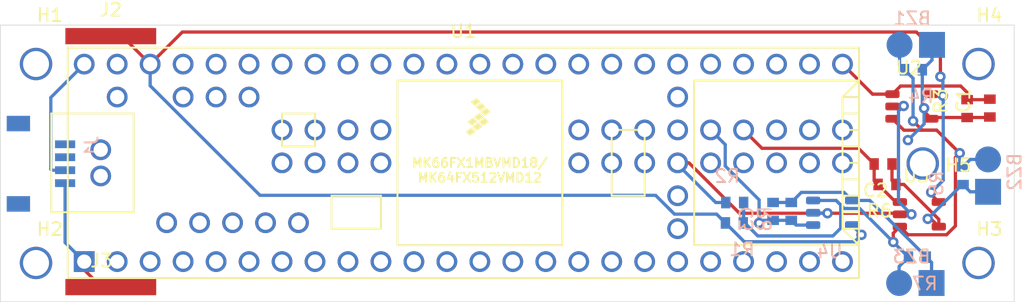
<source format=kicad_pcb>
(kicad_pcb (version 20171130) (host pcbnew 5.1.10)

  (general
    (thickness 1.6)
    (drawings 4)
    (tracks 175)
    (zones 0)
    (modules 26)
    (nets 95)
  )

  (page A4)
  (layers
    (0 F.Cu signal)
    (31 B.Cu signal)
    (32 B.Adhes user)
    (33 F.Adhes user)
    (34 B.Paste user)
    (35 F.Paste user)
    (36 B.SilkS user hide)
    (37 F.SilkS user hide)
    (38 B.Mask user)
    (39 F.Mask user)
    (40 Dwgs.User user)
    (41 Cmts.User user)
    (42 Eco1.User user)
    (43 Eco2.User user)
    (44 Edge.Cuts user)
    (45 Margin user)
    (46 B.CrtYd user hide)
    (47 F.CrtYd user hide)
    (48 B.Fab user hide)
    (49 F.Fab user hide)
  )

  (setup
    (last_trace_width 0.25)
    (trace_clearance 0.2)
    (zone_clearance 0.508)
    (zone_45_only no)
    (trace_min 0.2)
    (via_size 0.8)
    (via_drill 0.4)
    (via_min_size 0.4)
    (via_min_drill 0.3)
    (uvia_size 0.3)
    (uvia_drill 0.1)
    (uvias_allowed no)
    (uvia_min_size 0.2)
    (uvia_min_drill 0.1)
    (edge_width 0.05)
    (segment_width 0.2)
    (pcb_text_width 0.3)
    (pcb_text_size 1.5 1.5)
    (mod_edge_width 0.12)
    (mod_text_size 1 1)
    (mod_text_width 0.15)
    (pad_size 7 1.25)
    (pad_drill 0)
    (pad_to_mask_clearance 0)
    (aux_axis_origin 0 0)
    (visible_elements FFFFFF7F)
    (pcbplotparams
      (layerselection 0x010cc_ffffffff)
      (usegerberextensions false)
      (usegerberattributes true)
      (usegerberadvancedattributes true)
      (creategerberjobfile true)
      (excludeedgelayer true)
      (linewidth 0.100000)
      (plotframeref false)
      (viasonmask false)
      (mode 1)
      (useauxorigin false)
      (hpglpennumber 1)
      (hpglpenspeed 20)
      (hpglpendiameter 15.000000)
      (psnegative false)
      (psa4output false)
      (plotreference true)
      (plotvalue true)
      (plotinvisibletext false)
      (padsonsilk false)
      (subtractmaskfromsilk false)
      (outputformat 1)
      (mirror false)
      (drillshape 0)
      (scaleselection 1)
      (outputdirectory "grbl_output/"))
  )

  (net 0 "")
  (net 1 VGND)
  (net 2 UNAMP15)
  (net 3 UNAMP16)
  (net 4 UNAMP17)
  (net 5 AMP15)
  (net 6 AMP16)
  (net 7 AMP17)
  (net 8 "Net-(J1-Pad5)")
  (net 9 +3V3)
  (net 10 AMP1)
  (net 11 GND)
  (net 12 AMP2)
  (net 13 AMP4)
  (net 14 AMP3)
  (net 15 AMP8)
  (net 16 AMP7)
  (net 17 AMP6)
  (net 18 AMP11)
  (net 19 AMP10)
  (net 20 AMP9)
  (net 21 AMP14)
  (net 22 AMP13)
  (net 23 AMP12)
  (net 24 VBat)
  (net 25 "Net-(U1-Pad87)")
  (net 26 "Net-(U1-Pad88)")
  (net 27 "Net-(U1-Pad86)")
  (net 28 "Net-(U1-Pad85)")
  (net 29 "Net-(U1-Pad84)")
  (net 30 "Net-(U1-Pad83)")
  (net 31 "Net-(U1-Pad66)")
  (net 32 "Net-(U1-Pad65)")
  (net 33 "Net-(U1-Pad63)")
  (net 34 "Net-(U1-Pad64)")
  (net 35 "Net-(U1-Pad67)")
  (net 36 "Net-(U1-Pad82)")
  (net 37 "Net-(U1-Pad68)")
  (net 38 "Net-(U1-Pad81)")
  (net 39 "Net-(U1-Pad69)")
  (net 40 "Net-(U1-Pad80)")
  (net 41 "Net-(U1-Pad74)")
  (net 42 "Net-(U1-Pad75)")
  (net 43 "Net-(U1-Pad70)")
  (net 44 "Net-(U1-Pad71)")
  (net 45 "Net-(U1-Pad72)")
  (net 46 "Net-(U1-Pad73)")
  (net 47 "Net-(U1-Pad76)")
  (net 48 "Net-(U1-Pad77)")
  (net 49 "Net-(U1-Pad62)")
  (net 50 "Net-(U1-Pad61)")
  (net 51 "Net-(U1-Pad60)")
  (net 52 "Net-(U1-Pad59)")
  (net 53 "Net-(U1-Pad58)")
  (net 54 "Net-(U1-Pad55)")
  (net 55 "Net-(U1-Pad54)")
  (net 56 "Net-(U1-Pad52)")
  (net 57 "Net-(U1-Pad40)")
  (net 58 "Net-(U1-Pad39)")
  (net 59 "Net-(U1-Pad38)")
  (net 60 "Net-(U1-Pad2)")
  (net 61 "Net-(U1-Pad3)")
  (net 62 "Net-(U1-Pad4)")
  (net 63 "Net-(U1-Pad5)")
  (net 64 "Net-(U1-Pad6)")
  (net 65 "Net-(U1-Pad7)")
  (net 66 "Net-(U1-Pad8)")
  (net 67 "Net-(U1-Pad9)")
  (net 68 "Net-(U1-Pad10)")
  (net 69 "Net-(U1-Pad11)")
  (net 70 "Net-(U1-Pad12)")
  (net 71 "Net-(U1-Pad13)")
  (net 72 "Net-(U1-Pad37)")
  (net 73 "Net-(U1-Pad29)")
  (net 74 "Net-(U1-Pad28)")
  (net 75 "Net-(U1-Pad26)")
  (net 76 "Net-(U1-Pad25)")
  (net 77 "Net-(U1-Pad22)")
  (net 78 "Net-(U1-Pad21)")
  (net 79 "Net-(U1-Pad14)")
  (net 80 "Net-(U1-Pad15)")
  (net 81 "Net-(U1-Pad16)")
  (net 82 "Net-(U1-Pad20)")
  (net 83 "Net-(U1-Pad19)")
  (net 84 "Net-(U1-Pad18)")
  (net 85 "Net-(U1-Pad17)")
  (net 86 "Net-(J1-Pad4)")
  (net 87 "Net-(J1-Pad3)")
  (net 88 "Net-(U1-Pad57)")
  (net 89 "Net-(U1-Pad56)")
  (net 90 "Net-(U1-Pad50)")
  (net 91 "Net-(U1-Pad24)")
  (net 92 "Net-(U1-Pad23)")
  (net 93 "Net-(U1-Pad49)")
  (net 94 "Net-(U1-Pad48)")

  (net_class Default "This is the default net class."
    (clearance 0.2)
    (trace_width 0.25)
    (via_dia 0.8)
    (via_drill 0.4)
    (uvia_dia 0.3)
    (uvia_drill 0.1)
    (add_net +3V3)
    (add_net AMP1)
    (add_net AMP10)
    (add_net AMP11)
    (add_net AMP12)
    (add_net AMP13)
    (add_net AMP14)
    (add_net AMP15)
    (add_net AMP16)
    (add_net AMP17)
    (add_net AMP2)
    (add_net AMP3)
    (add_net AMP4)
    (add_net AMP6)
    (add_net AMP7)
    (add_net AMP8)
    (add_net AMP9)
    (add_net GND)
    (add_net "Net-(J1-Pad3)")
    (add_net "Net-(J1-Pad4)")
    (add_net "Net-(J1-Pad5)")
    (add_net "Net-(U1-Pad10)")
    (add_net "Net-(U1-Pad11)")
    (add_net "Net-(U1-Pad12)")
    (add_net "Net-(U1-Pad13)")
    (add_net "Net-(U1-Pad14)")
    (add_net "Net-(U1-Pad15)")
    (add_net "Net-(U1-Pad16)")
    (add_net "Net-(U1-Pad17)")
    (add_net "Net-(U1-Pad18)")
    (add_net "Net-(U1-Pad19)")
    (add_net "Net-(U1-Pad2)")
    (add_net "Net-(U1-Pad20)")
    (add_net "Net-(U1-Pad21)")
    (add_net "Net-(U1-Pad22)")
    (add_net "Net-(U1-Pad23)")
    (add_net "Net-(U1-Pad24)")
    (add_net "Net-(U1-Pad25)")
    (add_net "Net-(U1-Pad26)")
    (add_net "Net-(U1-Pad28)")
    (add_net "Net-(U1-Pad29)")
    (add_net "Net-(U1-Pad3)")
    (add_net "Net-(U1-Pad37)")
    (add_net "Net-(U1-Pad38)")
    (add_net "Net-(U1-Pad39)")
    (add_net "Net-(U1-Pad4)")
    (add_net "Net-(U1-Pad40)")
    (add_net "Net-(U1-Pad48)")
    (add_net "Net-(U1-Pad49)")
    (add_net "Net-(U1-Pad5)")
    (add_net "Net-(U1-Pad50)")
    (add_net "Net-(U1-Pad52)")
    (add_net "Net-(U1-Pad54)")
    (add_net "Net-(U1-Pad55)")
    (add_net "Net-(U1-Pad56)")
    (add_net "Net-(U1-Pad57)")
    (add_net "Net-(U1-Pad58)")
    (add_net "Net-(U1-Pad59)")
    (add_net "Net-(U1-Pad6)")
    (add_net "Net-(U1-Pad60)")
    (add_net "Net-(U1-Pad61)")
    (add_net "Net-(U1-Pad62)")
    (add_net "Net-(U1-Pad63)")
    (add_net "Net-(U1-Pad64)")
    (add_net "Net-(U1-Pad65)")
    (add_net "Net-(U1-Pad66)")
    (add_net "Net-(U1-Pad67)")
    (add_net "Net-(U1-Pad68)")
    (add_net "Net-(U1-Pad69)")
    (add_net "Net-(U1-Pad7)")
    (add_net "Net-(U1-Pad70)")
    (add_net "Net-(U1-Pad71)")
    (add_net "Net-(U1-Pad72)")
    (add_net "Net-(U1-Pad73)")
    (add_net "Net-(U1-Pad74)")
    (add_net "Net-(U1-Pad75)")
    (add_net "Net-(U1-Pad76)")
    (add_net "Net-(U1-Pad77)")
    (add_net "Net-(U1-Pad8)")
    (add_net "Net-(U1-Pad80)")
    (add_net "Net-(U1-Pad81)")
    (add_net "Net-(U1-Pad82)")
    (add_net "Net-(U1-Pad83)")
    (add_net "Net-(U1-Pad84)")
    (add_net "Net-(U1-Pad85)")
    (add_net "Net-(U1-Pad86)")
    (add_net "Net-(U1-Pad87)")
    (add_net "Net-(U1-Pad88)")
    (add_net "Net-(U1-Pad9)")
    (add_net UNAMP15)
    (add_net UNAMP16)
    (add_net UNAMP17)
    (add_net VBat)
    (add_net VGND)
  )

  (module exocam_charge_amp:power_bus (layer F.Cu) (tedit 61033897) (tstamp 6103657F)
    (at 62.4078 90.0684)
    (path /610C1AF2)
    (fp_text reference J3 (at 0 0.5) (layer F.SilkS)
      (effects (font (size 1 1) (thickness 0.15)))
    )
    (fp_text value GND_bus (at 0 -0.5) (layer F.Fab)
      (effects (font (size 1 1) (thickness 0.15)))
    )
    (pad 1 smd rect (at 0.7112 2.54) (size 7 1.25) (layers F.Cu F.Paste F.Mask)
      (net 11 GND))
  )

  (module exocam_charge_amp:power_bus (layer F.Cu) (tedit 610337DF) (tstamp 6103657A)
    (at 63.119 70.7009)
    (path /610BF40F)
    (fp_text reference J2 (at 0 0.5) (layer F.SilkS)
      (effects (font (size 1 1) (thickness 0.15)))
    )
    (fp_text value "3.3v bus" (at 0 -0.5) (layer F.Fab)
      (effects (font (size 1 1) (thickness 0.15)))
    )
    (pad 1 smd rect (at 0 2.54) (size 7 1.25) (layers F.Cu F.Paste F.Mask)
      (net 9 +3V3))
  )

  (module exocam_charge_amp:mount_hole_2.5mm (layer F.Cu) (tedit 61030A3E) (tstamp 610300ED)
    (at 126.9492 78.8797)
    (path /61037EA1)
    (fp_text reference H5 (at 1.4605 4.318) (layer F.SilkS)
      (effects (font (size 1 1) (thickness 0.15)))
    )
    (fp_text value MountingHole-Mechanical (at 0 -0.5) (layer F.Fab)
      (effects (font (size 1 1) (thickness 0.15)))
    )
    (pad 1 thru_hole circle (at -1.27 4.1873) (size 2.5 2.5) (drill 2) (layers *.Cu *.Mask))
  )

  (module teensy:Teensy35_36_All_Pins (layer F.Cu) (tedit 6026F021) (tstamp 61025451)
    (at 90.2843 83.0199)
    (path /60EFC6FB)
    (fp_text reference U1 (at 0 -10.16) (layer F.SilkS)
      (effects (font (size 1 1) (thickness 0.15)))
    )
    (fp_text value Teensy3.5_All_Pins (at 6.2484 26.9113) (layer F.Fab)
      (effects (font (size 1 1) (thickness 0.15)))
    )
    (fp_poly (pts (xy 1.27 -3.81) (xy 1.524 -3.556) (xy 1.143 -3.302) (xy 0.889 -3.556)) (layer F.SilkS) (width 0.1))
    (fp_poly (pts (xy 1.397 -4.572) (xy 1.651 -4.318) (xy 1.27 -4.064) (xy 1.016 -4.318)) (layer F.SilkS) (width 0.1))
    (fp_poly (pts (xy 1.651 -3.429) (xy 1.905 -3.175) (xy 1.524 -2.921) (xy 1.27 -3.175)) (layer F.SilkS) (width 0.1))
    (fp_poly (pts (xy 1.143 -3.048) (xy 1.397 -2.794) (xy 1.016 -2.54) (xy 0.762 -2.794)) (layer F.SilkS) (width 0.1))
    (fp_poly (pts (xy 1.778 -4.191) (xy 2.032 -3.937) (xy 1.651 -3.683) (xy 1.397 -3.937)) (layer F.SilkS) (width 0.1))
    (fp_poly (pts (xy 0.635 -2.667) (xy 0.889 -2.413) (xy 0.508 -2.159) (xy 0.254 -2.413)) (layer F.SilkS) (width 0.1))
    (fp_poly (pts (xy 0.762 -3.429) (xy 1.016 -3.175) (xy 0.635 -2.921) (xy 0.381 -3.175)) (layer F.SilkS) (width 0.1))
    (fp_poly (pts (xy 1.016 -4.953) (xy 1.27 -4.699) (xy 0.889 -4.445) (xy 0.635 -4.699)) (layer F.SilkS) (width 0.1))
    (fp_line (start -30.48 8.89) (end -30.48 -8.89) (layer F.SilkS) (width 0.15))
    (fp_line (start 30.48 -8.89) (end 30.48 8.89) (layer F.SilkS) (width 0.15))
    (fp_line (start 11.43 -2.54) (end 13.97 -2.54) (layer F.SilkS) (width 0.15))
    (fp_line (start 11.43 2.54) (end 11.43 -2.54) (layer F.SilkS) (width 0.15))
    (fp_line (start 13.97 2.54) (end 11.43 2.54) (layer F.SilkS) (width 0.15))
    (fp_line (start 13.97 -2.54) (end 13.97 2.54) (layer F.SilkS) (width 0.15))
    (fp_line (start -25.4 3.81) (end -30.48 3.81) (layer F.SilkS) (width 0.15))
    (fp_line (start -25.4 -3.81) (end -30.48 -3.81) (layer F.SilkS) (width 0.15))
    (fp_line (start -25.4 3.81) (end -25.4 -3.81) (layer F.SilkS) (width 0.15))
    (fp_line (start -31.75 -3.81) (end -30.48 -3.81) (layer F.SilkS) (width 0.15))
    (fp_line (start -31.75 3.81) (end -31.75 -3.81) (layer F.SilkS) (width 0.15))
    (fp_line (start -30.48 3.81) (end -31.75 3.81) (layer F.SilkS) (width 0.15))
    (fp_line (start -30.48 8.89) (end 30.48 8.89) (layer F.SilkS) (width 0.15))
    (fp_line (start 30.48 -8.89) (end -30.48 -8.89) (layer F.SilkS) (width 0.15))
    (fp_line (start 17.78 6.35) (end 30.48 6.35) (layer F.SilkS) (width 0.15))
    (fp_line (start 17.78 -6.35) (end 17.78 6.35) (layer F.SilkS) (width 0.15))
    (fp_line (start 30.48 -6.35) (end 17.78 -6.35) (layer F.SilkS) (width 0.15))
    (fp_line (start 29.21 -5.08) (end 30.48 -6.35) (layer F.SilkS) (width 0.15))
    (fp_line (start 29.21 5.08) (end 29.21 -5.08) (layer F.SilkS) (width 0.15))
    (fp_line (start 30.48 6.35) (end 29.21 5.08) (layer F.SilkS) (width 0.15))
    (fp_line (start 29.21 -5.08) (end 30.48 -5.08) (layer F.SilkS) (width 0.15))
    (fp_line (start 29.21 -3.81) (end 30.48 -3.81) (layer F.SilkS) (width 0.15))
    (fp_line (start 29.21 -2.54) (end 30.48 -2.54) (layer F.SilkS) (width 0.15))
    (fp_line (start 29.21 -1.27) (end 30.48 -1.27) (layer F.SilkS) (width 0.15))
    (fp_line (start 29.21 0) (end 30.48 0) (layer F.SilkS) (width 0.15))
    (fp_line (start 29.21 1.27) (end 30.48 1.27) (layer F.SilkS) (width 0.15))
    (fp_line (start 29.21 2.54) (end 30.48 2.54) (layer F.SilkS) (width 0.15))
    (fp_line (start 29.21 3.81) (end 30.48 3.81) (layer F.SilkS) (width 0.15))
    (fp_line (start 29.21 5.08) (end 30.48 5.08) (layer F.SilkS) (width 0.15))
    (fp_line (start -5.08 -6.35) (end 7.62 -6.35) (layer F.SilkS) (width 0.15))
    (fp_line (start -5.08 6.35) (end 7.62 6.35) (layer F.SilkS) (width 0.15))
    (fp_line (start -5.08 -6.35) (end -5.08 6.35) (layer F.SilkS) (width 0.15))
    (fp_line (start 7.62 6.35) (end 7.62 -6.35) (layer F.SilkS) (width 0.15))
    (fp_line (start -6.35 2.54) (end -6.35 5.08) (layer F.SilkS) (width 0.15))
    (fp_line (start -10.16 2.54) (end -6.35 2.54) (layer F.SilkS) (width 0.15))
    (fp_line (start -10.16 5.08) (end -10.16 2.54) (layer F.SilkS) (width 0.15))
    (fp_line (start -6.35 5.08) (end -10.16 5.08) (layer F.SilkS) (width 0.15))
    (fp_line (start -11.43 -3.81) (end -13.97 -3.81) (layer F.SilkS) (width 0.15))
    (fp_line (start -11.43 -1.27) (end -11.43 -3.81) (layer F.SilkS) (width 0.15))
    (fp_line (start -13.97 -1.27) (end -11.43 -1.27) (layer F.SilkS) (width 0.15))
    (fp_line (start -13.97 -3.81) (end -13.97 -1.27) (layer F.SilkS) (width 0.15))
    (fp_text user MK64FX512VMD12 (at 1.27 1.143) (layer F.SilkS)
      (effects (font (size 0.7 0.7) (thickness 0.15)))
    )
    (fp_text user MK66FX1MBVMD18/ (at 1.27 0) (layer F.SilkS)
      (effects (font (size 0.7 0.7) (thickness 0.15)))
    )
    (pad 87 thru_hole circle (at -27.94 -1.01) (size 1.6 1.6) (drill 1.1) (layers *.Cu *.Mask)
      (net 25 "Net-(U1-Pad87)"))
    (pad 88 thru_hole circle (at -27.94 1.01) (size 1.6 1.6) (drill 1.1) (layers *.Cu *.Mask)
      (net 26 "Net-(U1-Pad88)"))
    (pad 86 thru_hole circle (at -13.97 -2.54) (size 1.6 1.6) (drill 1.1) (layers *.Cu *.Mask)
      (net 27 "Net-(U1-Pad86)"))
    (pad 85 thru_hole circle (at -11.43 -2.54) (size 1.6 1.6) (drill 1.1) (layers *.Cu *.Mask)
      (net 28 "Net-(U1-Pad85)"))
    (pad 84 thru_hole circle (at -8.89 -2.54) (size 1.6 1.6) (drill 1.1) (layers *.Cu *.Mask)
      (net 29 "Net-(U1-Pad84)"))
    (pad 83 thru_hole circle (at -6.35 -2.54) (size 1.6 1.6) (drill 1.1) (layers *.Cu *.Mask)
      (net 30 "Net-(U1-Pad83)"))
    (pad 66 thru_hole circle (at -6.35 0) (size 1.6 1.6) (drill 1.1) (layers *.Cu *.Mask)
      (net 31 "Net-(U1-Pad66)"))
    (pad 65 thru_hole circle (at -8.89 0) (size 1.6 1.6) (drill 1.1) (layers *.Cu *.Mask)
      (net 32 "Net-(U1-Pad65)"))
    (pad 63 thru_hole circle (at -13.97 0) (size 1.6 1.6) (drill 1.1) (layers *.Cu *.Mask)
      (net 33 "Net-(U1-Pad63)"))
    (pad 64 thru_hole circle (at -11.43 0) (size 1.6 1.6) (drill 1.1) (layers *.Cu *.Mask)
      (net 34 "Net-(U1-Pad64)"))
    (pad 67 thru_hole circle (at 8.89 0) (size 1.6 1.6) (drill 1.1) (layers *.Cu *.Mask)
      (net 35 "Net-(U1-Pad67)"))
    (pad 82 thru_hole circle (at 8.89 -2.54) (size 1.6 1.6) (drill 1.1) (layers *.Cu *.Mask)
      (net 36 "Net-(U1-Pad82)"))
    (pad 68 thru_hole circle (at 11.43 0) (size 1.6 1.6) (drill 1.1) (layers *.Cu *.Mask)
      (net 37 "Net-(U1-Pad68)"))
    (pad 81 thru_hole circle (at 11.43 -2.54) (size 1.6 1.6) (drill 1.1) (layers *.Cu *.Mask)
      (net 38 "Net-(U1-Pad81)"))
    (pad 69 thru_hole circle (at 13.97 0) (size 1.6 1.6) (drill 1.1) (layers *.Cu *.Mask)
      (net 39 "Net-(U1-Pad69)"))
    (pad 80 thru_hole circle (at 13.97 -2.54) (size 1.6 1.6) (drill 1.1) (layers *.Cu *.Mask)
      (net 40 "Net-(U1-Pad80)"))
    (pad 74 thru_hole circle (at 29.21 0) (size 1.6 1.6) (drill 1.1) (layers *.Cu *.Mask)
      (net 41 "Net-(U1-Pad74)"))
    (pad 75 thru_hole circle (at 29.21 -2.54) (size 1.6 1.6) (drill 1.1) (layers *.Cu *.Mask)
      (net 42 "Net-(U1-Pad75)"))
    (pad 70 thru_hole circle (at 19.05 0) (size 1.6 1.6) (drill 1.1) (layers *.Cu *.Mask)
      (net 43 "Net-(U1-Pad70)"))
    (pad 71 thru_hole circle (at 21.59 0) (size 1.6 1.6) (drill 1.1) (layers *.Cu *.Mask)
      (net 44 "Net-(U1-Pad71)"))
    (pad 72 thru_hole circle (at 24.13 0) (size 1.6 1.6) (drill 1.1) (layers *.Cu *.Mask)
      (net 45 "Net-(U1-Pad72)"))
    (pad 73 thru_hole circle (at 26.67 0) (size 1.6 1.6) (drill 1.1) (layers *.Cu *.Mask)
      (net 46 "Net-(U1-Pad73)"))
    (pad 76 thru_hole circle (at 26.67 -2.54) (size 1.6 1.6) (drill 1.1) (layers *.Cu *.Mask)
      (net 47 "Net-(U1-Pad76)"))
    (pad 77 thru_hole circle (at 24.13 -2.54) (size 1.6 1.6) (drill 1.1) (layers *.Cu *.Mask)
      (net 48 "Net-(U1-Pad77)"))
    (pad 78 thru_hole circle (at 21.59 -2.54) (size 1.6 1.6) (drill 1.1) (layers *.Cu *.Mask)
      (net 6 AMP16))
    (pad 79 thru_hole circle (at 19.05 -2.54) (size 1.6 1.6) (drill 1.1) (layers *.Cu *.Mask)
      (net 7 AMP17))
    (pad 62 thru_hole circle (at -12.7 4.62) (size 1.6 1.6) (drill 1.1) (layers *.Cu *.Mask)
      (net 49 "Net-(U1-Pad62)"))
    (pad 61 thru_hole circle (at -15.24 4.62) (size 1.6 1.6) (drill 1.1) (layers *.Cu *.Mask)
      (net 50 "Net-(U1-Pad61)"))
    (pad 60 thru_hole circle (at -17.78 4.62) (size 1.6 1.6) (drill 1.1) (layers *.Cu *.Mask)
      (net 51 "Net-(U1-Pad60)"))
    (pad 59 thru_hole circle (at -20.32 4.62) (size 1.6 1.6) (drill 1.1) (layers *.Cu *.Mask)
      (net 52 "Net-(U1-Pad59)"))
    (pad 58 thru_hole circle (at -22.86 4.62) (size 1.6 1.6) (drill 1.1) (layers *.Cu *.Mask)
      (net 53 "Net-(U1-Pad58)"))
    (pad 57 thru_hole circle (at -16.51 -5.08) (size 1.6 1.6) (drill 1.1) (layers *.Cu *.Mask)
      (net 88 "Net-(U1-Pad57)"))
    (pad 56 thru_hole circle (at -19.05 -5.08) (size 1.6 1.6) (drill 1.1) (layers *.Cu *.Mask)
      (net 89 "Net-(U1-Pad56)"))
    (pad 55 thru_hole circle (at -21.59 -5.08) (size 1.6 1.6) (drill 1.1) (layers *.Cu *.Mask)
      (net 54 "Net-(U1-Pad55)"))
    (pad 54 thru_hole circle (at -26.67 -5.08) (size 1.6 1.6) (drill 1.1) (layers *.Cu *.Mask)
      (net 55 "Net-(U1-Pad54)"))
    (pad 53 thru_hole circle (at -29.21 -7.62) (size 1.6 1.6) (drill 1.1) (layers *.Cu *.Mask)
      (net 24 VBat))
    (pad 52 thru_hole circle (at -26.67 -7.62) (size 1.6 1.6) (drill 1.1) (layers *.Cu *.Mask)
      (net 56 "Net-(U1-Pad52)"))
    (pad 51 thru_hole circle (at -24.13 -7.62) (size 1.6 1.6) (drill 1.1) (layers *.Cu *.Mask)
      (net 9 +3V3))
    (pad 50 thru_hole circle (at -21.59 -7.62) (size 1.6 1.6) (drill 1.1) (layers *.Cu *.Mask)
      (net 90 "Net-(U1-Pad50)"))
    (pad 49 thru_hole circle (at -19.05 -7.62) (size 1.6 1.6) (drill 1.1) (layers *.Cu *.Mask)
      (net 93 "Net-(U1-Pad49)"))
    (pad 48 thru_hole circle (at -16.51 -7.62) (size 1.6 1.6) (drill 1.1) (layers *.Cu *.Mask)
      (net 94 "Net-(U1-Pad48)"))
    (pad 47 thru_hole circle (at -13.97 -7.62) (size 1.6 1.6) (drill 1.1) (layers *.Cu *.Mask)
      (net 21 AMP14))
    (pad 46 thru_hole circle (at -11.43 -7.62) (size 1.6 1.6) (drill 1.1) (layers *.Cu *.Mask)
      (net 22 AMP13))
    (pad 45 thru_hole circle (at -8.89 -7.62) (size 1.6 1.6) (drill 1.1) (layers *.Cu *.Mask)
      (net 23 AMP12))
    (pad 44 thru_hole circle (at -6.35 -7.62) (size 1.6 1.6) (drill 1.1) (layers *.Cu *.Mask)
      (net 13 AMP4))
    (pad 43 thru_hole circle (at -3.81 -7.62) (size 1.6 1.6) (drill 1.1) (layers *.Cu *.Mask)
      (net 14 AMP3))
    (pad 42 thru_hole circle (at -1.27 -7.62) (size 1.6 1.6) (drill 1.1) (layers *.Cu *.Mask)
      (net 12 AMP2))
    (pad 41 thru_hole circle (at 1.27 -7.62) (size 1.6 1.6) (drill 1.1) (layers *.Cu *.Mask)
      (net 10 AMP1))
    (pad 40 thru_hole circle (at 3.81 -7.62) (size 1.6 1.6) (drill 1.1) (layers *.Cu *.Mask)
      (net 57 "Net-(U1-Pad40)"))
    (pad 39 thru_hole circle (at 6.35 -7.62) (size 1.6 1.6) (drill 1.1) (layers *.Cu *.Mask)
      (net 58 "Net-(U1-Pad39)"))
    (pad 38 thru_hole circle (at 8.89 -7.62) (size 1.6 1.6) (drill 1.1) (layers *.Cu *.Mask)
      (net 59 "Net-(U1-Pad38)"))
    (pad 1 thru_hole rect (at -29.21 7.62) (size 1.6 1.6) (drill 1.1) (layers *.Cu *.Mask)
      (net 11 GND))
    (pad 2 thru_hole circle (at -26.67 7.62) (size 1.6 1.6) (drill 1.1) (layers *.Cu *.Mask)
      (net 60 "Net-(U1-Pad2)"))
    (pad 3 thru_hole circle (at -24.13 7.62) (size 1.6 1.6) (drill 1.1) (layers *.Cu *.Mask)
      (net 61 "Net-(U1-Pad3)"))
    (pad 4 thru_hole circle (at -21.59 7.62) (size 1.6 1.6) (drill 1.1) (layers *.Cu *.Mask)
      (net 62 "Net-(U1-Pad4)"))
    (pad 5 thru_hole circle (at -19.05 7.62) (size 1.6 1.6) (drill 1.1) (layers *.Cu *.Mask)
      (net 63 "Net-(U1-Pad5)"))
    (pad 6 thru_hole circle (at -16.51 7.62) (size 1.6 1.6) (drill 1.1) (layers *.Cu *.Mask)
      (net 64 "Net-(U1-Pad6)"))
    (pad 7 thru_hole circle (at -13.97 7.62) (size 1.6 1.6) (drill 1.1) (layers *.Cu *.Mask)
      (net 65 "Net-(U1-Pad7)"))
    (pad 8 thru_hole circle (at -11.43 7.62) (size 1.6 1.6) (drill 1.1) (layers *.Cu *.Mask)
      (net 66 "Net-(U1-Pad8)"))
    (pad 9 thru_hole circle (at -8.89 7.62) (size 1.6 1.6) (drill 1.1) (layers *.Cu *.Mask)
      (net 67 "Net-(U1-Pad9)"))
    (pad 10 thru_hole circle (at -6.35 7.62) (size 1.6 1.6) (drill 1.1) (layers *.Cu *.Mask)
      (net 68 "Net-(U1-Pad10)"))
    (pad 11 thru_hole circle (at -3.81 7.62) (size 1.6 1.6) (drill 1.1) (layers *.Cu *.Mask)
      (net 69 "Net-(U1-Pad11)"))
    (pad 12 thru_hole circle (at -1.27 7.62) (size 1.6 1.6) (drill 1.1) (layers *.Cu *.Mask)
      (net 70 "Net-(U1-Pad12)"))
    (pad 13 thru_hole circle (at 1.27 7.62) (size 1.6 1.6) (drill 1.1) (layers *.Cu *.Mask)
      (net 71 "Net-(U1-Pad13)"))
    (pad 37 thru_hole circle (at 11.43 -7.62) (size 1.6 1.6) (drill 1.1) (layers *.Cu *.Mask)
      (net 72 "Net-(U1-Pad37)"))
    (pad 36 thru_hole circle (at 13.97 -7.62) (size 1.6 1.6) (drill 1.1) (layers *.Cu *.Mask)
      (net 18 AMP11))
    (pad 35 thru_hole circle (at 16.51 -7.62) (size 1.6 1.6) (drill 1.1) (layers *.Cu *.Mask)
      (net 19 AMP10))
    (pad 34 thru_hole circle (at 19.05 -7.62) (size 1.6 1.6) (drill 1.1) (layers *.Cu *.Mask)
      (net 20 AMP9))
    (pad 33 thru_hole circle (at 21.59 -7.62) (size 1.6 1.6) (drill 1.1) (layers *.Cu *.Mask)
      (net 15 AMP8))
    (pad 32 thru_hole circle (at 24.13 -7.62) (size 1.6 1.6) (drill 1.1) (layers *.Cu *.Mask)
      (net 16 AMP7))
    (pad 31 thru_hole circle (at 26.67 -7.62) (size 1.6 1.6) (drill 1.1) (layers *.Cu *.Mask)
      (net 17 AMP6))
    (pad 30 thru_hole circle (at 29.21 -7.62) (size 1.6 1.6) (drill 1.1) (layers *.Cu *.Mask)
      (net 5 AMP15))
    (pad 29 thru_hole circle (at 16.51 -5.08) (size 1.6 1.6) (drill 1.1) (layers *.Cu *.Mask)
      (net 73 "Net-(U1-Pad29)"))
    (pad 28 thru_hole circle (at 16.51 -2.54) (size 1.6 1.6) (drill 1.1) (layers *.Cu *.Mask)
      (net 74 "Net-(U1-Pad28)"))
    (pad 27 thru_hole circle (at 16.51 0) (size 1.6 1.6) (drill 1.1) (layers *.Cu *.Mask)
      (net 11 GND))
    (pad 26 thru_hole circle (at 16.51 2.54) (size 1.6 1.6) (drill 1.1) (layers *.Cu *.Mask)
      (net 75 "Net-(U1-Pad26)"))
    (pad 25 thru_hole circle (at 16.51 5.08) (size 1.6 1.6) (drill 1.1) (layers *.Cu *.Mask)
      (net 76 "Net-(U1-Pad25)"))
    (pad 24 thru_hole circle (at 29.21 7.62) (size 1.6 1.6) (drill 1.1) (layers *.Cu *.Mask)
      (net 91 "Net-(U1-Pad24)"))
    (pad 23 thru_hole circle (at 26.67 7.62) (size 1.6 1.6) (drill 1.1) (layers *.Cu *.Mask)
      (net 92 "Net-(U1-Pad23)"))
    (pad 22 thru_hole circle (at 24.13 7.62) (size 1.6 1.6) (drill 1.1) (layers *.Cu *.Mask)
      (net 77 "Net-(U1-Pad22)"))
    (pad 21 thru_hole circle (at 21.59 7.62) (size 1.6 1.6) (drill 1.1) (layers *.Cu *.Mask)
      (net 78 "Net-(U1-Pad21)"))
    (pad 14 thru_hole circle (at 3.81 7.62) (size 1.6 1.6) (drill 1.1) (layers *.Cu *.Mask)
      (net 79 "Net-(U1-Pad14)"))
    (pad 15 thru_hole circle (at 6.35 7.62) (size 1.6 1.6) (drill 1.1) (layers *.Cu *.Mask)
      (net 80 "Net-(U1-Pad15)"))
    (pad 16 thru_hole circle (at 8.89 7.62) (size 1.6 1.6) (drill 1.1) (layers *.Cu *.Mask)
      (net 81 "Net-(U1-Pad16)"))
    (pad 20 thru_hole circle (at 19.05 7.62) (size 1.6 1.6) (drill 1.1) (layers *.Cu *.Mask)
      (net 82 "Net-(U1-Pad20)"))
    (pad 19 thru_hole circle (at 16.51 7.62) (size 1.6 1.6) (drill 1.1) (layers *.Cu *.Mask)
      (net 83 "Net-(U1-Pad19)"))
    (pad 18 thru_hole circle (at 13.97 7.62) (size 1.6 1.6) (drill 1.1) (layers *.Cu *.Mask)
      (net 84 "Net-(U1-Pad18)"))
    (pad 17 thru_hole circle (at 11.43 7.62) (size 1.6 1.6) (drill 1.1) (layers *.Cu *.Mask)
      (net 85 "Net-(U1-Pad17)"))
    (model ${KICAD_USER_DIR}/teensy.pretty/Teensy_3.5_3.6_Assembly.STEP
      (offset (xyz -30.48 0 0))
      (scale (xyz 1 1 1))
      (rotate (xyz 0 0 0))
    )
  )

  (module exocam_charge_amp:jstsh4x1 (layer B.Cu) (tedit 60E60FBA) (tstamp 6102EC97)
    (at 62.1411 81.7753 90)
    (path /6111A17F)
    (fp_text reference J1 (at 0 -0.5 90) (layer B.SilkS)
      (effects (font (size 1 1) (thickness 0.15)) (justify mirror))
    )
    (fp_text value jstsh4x1 (at 0 0.5 90) (layer B.Fab)
      (effects (font (size 1 1) (thickness 0.15)) (justify mirror))
    )
    (fp_line (start -4.805 -6.84) (end 2.185 -6.84) (layer Dwgs.User) (width 0.12))
    (fp_line (start -4.805 -6.84) (end -4.805 -3) (layer Dwgs.User) (width 0.12))
    (fp_line (start 2.185 -3) (end -4.805 -3) (layer Dwgs.User) (width 0.12))
    (fp_line (start 2.185 -3) (end 2.185 -6.84) (layer Dwgs.User) (width 0.12))
    (pad 5 smd rect (at -4.41 -6.14 90) (size 1.2 1.8) (layers B.Cu B.Paste B.Mask)
      (net 8 "Net-(J1-Pad5)"))
    (pad 5 smd rect (at 1.79 -6.14 90) (size 1.2 1.8) (layers B.Cu B.Paste B.Mask)
      (net 8 "Net-(J1-Pad5)"))
    (pad 4 smd rect (at 0.19 -2.54 90) (size 0.6 1.55) (layers B.Cu B.Paste B.Mask)
      (net 86 "Net-(J1-Pad4)"))
    (pad 3 smd rect (at -0.81 -2.54 90) (size 0.6 1.55) (layers B.Cu B.Paste B.Mask)
      (net 87 "Net-(J1-Pad3)"))
    (pad 2 smd rect (at -1.81 -2.54 90) (size 0.6 1.55) (layers B.Cu B.Paste B.Mask)
      (net 24 VBat))
    (pad 1 smd rect (at -2.81 -2.54 90) (size 0.6 1.55) (layers B.Cu B.Paste B.Mask)
      (net 11 GND))
  )

  (module exocam_charge_amp:TLV2271DBV (layer B.Cu) (tedit 60AC35F4) (tstamp 6102546C)
    (at 118.5009 90.3605)
    (path /60F3F468/60F6A561)
    (fp_text reference U4 (at 0 -0.5) (layer B.SilkS)
      (effects (font (size 1 1) (thickness 0.15)) (justify mirror))
    )
    (fp_text value TLV2771CDBVT (at 0 0.5) (layer B.Fab)
      (effects (font (size 1 1) (thickness 0.15)) (justify mirror))
    )
    (pad 4 smd roundrect (at 1.73 -4.44) (size 1.1 0.6) (layers B.Cu B.Paste B.Mask) (roundrect_rratio 0.25)
      (net 4 UNAMP17))
    (pad 3 smd roundrect (at -1.27 -4.44) (size 1.1 0.6) (layers B.Cu B.Paste B.Mask) (roundrect_rratio 0.25)
      (net 1 VGND))
    (pad 2 smd roundrect (at -1.27 -3.49) (size 1.1 0.6) (layers B.Cu B.Paste B.Mask) (roundrect_rratio 0.25)
      (net 11 GND))
    (pad 5 smd roundrect (at 1.73 -2.54) (size 1.1 0.6) (layers B.Cu B.Paste B.Mask) (roundrect_rratio 0.25)
      (net 9 +3V3))
    (pad 1 smd roundrect (at -1.27 -2.54) (size 1.1 0.6) (layers B.Cu B.Paste B.Mask) (roundrect_rratio 0.25)
      (net 7 AMP17))
  )

  (module exocam_charge_amp:TLV2271DBV (layer F.Cu) (tedit 60AC35F4) (tstamp 61025463)
    (at 125.1839 83.5025)
    (path /60F3F468/60F66909)
    (fp_text reference U3 (at 0 0.5) (layer F.SilkS)
      (effects (font (size 1 1) (thickness 0.15)))
    )
    (fp_text value TLV2771CDBVT (at 0 -0.5) (layer F.Fab)
      (effects (font (size 1 1) (thickness 0.15)))
    )
    (pad 1 smd roundrect (at -1.27 2.54) (size 1.1 0.6) (layers F.Cu F.Paste F.Mask) (roundrect_rratio 0.25)
      (net 6 AMP16))
    (pad 5 smd roundrect (at 1.73 2.54) (size 1.1 0.6) (layers F.Cu F.Paste F.Mask) (roundrect_rratio 0.25)
      (net 9 +3V3))
    (pad 2 smd roundrect (at -1.27 3.49) (size 1.1 0.6) (layers F.Cu F.Paste F.Mask) (roundrect_rratio 0.25)
      (net 11 GND))
    (pad 3 smd roundrect (at -1.27 4.44) (size 1.1 0.6) (layers F.Cu F.Paste F.Mask) (roundrect_rratio 0.25)
      (net 1 VGND))
    (pad 4 smd roundrect (at 1.73 4.44) (size 1.1 0.6) (layers F.Cu F.Paste F.Mask) (roundrect_rratio 0.25)
      (net 3 UNAMP16))
  )

  (module exocam_charge_amp:TLV2271DBV (layer F.Cu) (tedit 60AC35F4) (tstamp 6102545A)
    (at 124.6124 75.1763)
    (path /60F3F468/60F4268F)
    (fp_text reference U2 (at 0 0.5) (layer F.SilkS)
      (effects (font (size 1 1) (thickness 0.15)))
    )
    (fp_text value TLV2771CDBVT (at 0 -0.5) (layer F.Fab)
      (effects (font (size 1 1) (thickness 0.15)))
    )
    (pad 1 smd roundrect (at -1.27 2.54) (size 1.1 0.6) (layers F.Cu F.Paste F.Mask) (roundrect_rratio 0.25)
      (net 5 AMP15))
    (pad 5 smd roundrect (at 1.73 2.54) (size 1.1 0.6) (layers F.Cu F.Paste F.Mask) (roundrect_rratio 0.25)
      (net 9 +3V3))
    (pad 2 smd roundrect (at -1.27 3.49) (size 1.1 0.6) (layers F.Cu F.Paste F.Mask) (roundrect_rratio 0.25)
      (net 11 GND))
    (pad 3 smd roundrect (at -1.27 4.44) (size 1.1 0.6) (layers F.Cu F.Paste F.Mask) (roundrect_rratio 0.25)
      (net 1 VGND))
    (pad 4 smd roundrect (at 1.73 4.44) (size 1.1 0.6) (layers F.Cu F.Paste F.Mask) (roundrect_rratio 0.25)
      (net 2 UNAMP15))
  )

  (module exocam_charge_amp:0603_R (layer B.Cu) (tedit 60AC3F9B) (tstamp 610253C2)
    (at 113.0046 87.3472 270)
    (path /60F3F468/60F6A56D)
    (fp_text reference R8 (at 0 -0.5 90) (layer B.SilkS)
      (effects (font (size 1 1) (thickness 0.15)) (justify mirror))
    )
    (fp_text value 1M (at 0 0.5 90) (layer B.Fab)
      (effects (font (size 1 1) (thickness 0.15)) (justify mirror))
    )
    (pad 2 smd rect (at 0.105 -2.54 270) (size 0.725 0.9) (layers B.Cu B.Paste B.Mask)
      (net 7 AMP17))
    (pad 1 smd rect (at -1.27 -2.54 270) (size 0.725 0.9) (layers B.Cu B.Paste B.Mask)
      (net 4 UNAMP17))
  )

  (module exocam_charge_amp:0603_R (layer B.Cu) (tedit 60AC3F9B) (tstamp 610253BC)
    (at 125.8443 92.837)
    (path /60F3F468/60F6A588)
    (fp_text reference R7 (at 0 -0.5) (layer B.SilkS)
      (effects (font (size 1 1) (thickness 0.15)) (justify mirror))
    )
    (fp_text value 1M (at 0 0.5) (layer B.Fab)
      (effects (font (size 1 1) (thickness 0.15)) (justify mirror))
    )
    (pad 2 smd rect (at 0.105 -2.54) (size 0.725 0.9) (layers B.Cu B.Paste B.Mask)
      (net 4 UNAMP17))
    (pad 1 smd rect (at -1.27 -2.54) (size 0.725 0.9) (layers B.Cu B.Paste B.Mask)
      (net 1 VGND))
  )

  (module exocam_charge_amp:0603_R (layer F.Cu) (tedit 60AC3F9B) (tstamp 610253B6)
    (at 122.3391 87.2236 180)
    (path /60F3F468/60F66915)
    (fp_text reference R6 (at 0 0.5) (layer F.SilkS)
      (effects (font (size 1 1) (thickness 0.15)))
    )
    (fp_text value 1M (at 0 -0.5) (layer F.Fab)
      (effects (font (size 1 1) (thickness 0.15)))
    )
    (pad 2 smd rect (at 0.105 2.54 180) (size 0.725 0.9) (layers F.Cu F.Paste F.Mask)
      (net 6 AMP16))
    (pad 1 smd rect (at -1.27 2.54 180) (size 0.725 0.9) (layers F.Cu F.Paste F.Mask)
      (net 3 UNAMP16))
  )

  (module exocam_charge_amp:0603_R (layer B.Cu) (tedit 60AC3F9B) (tstamp 610253B0)
    (at 126.238 84.5913 270)
    (path /60F3F468/60F66930)
    (fp_text reference R5 (at 0 -0.5 90) (layer B.SilkS)
      (effects (font (size 1 1) (thickness 0.15)) (justify mirror))
    )
    (fp_text value 1M (at 0 0.5 90) (layer B.Fab)
      (effects (font (size 1 1) (thickness 0.15)) (justify mirror))
    )
    (pad 2 smd rect (at 0.105 -2.54 270) (size 0.725 0.9) (layers B.Cu B.Paste B.Mask)
      (net 3 UNAMP16))
    (pad 1 smd rect (at -1.27 -2.54 270) (size 0.725 0.9) (layers B.Cu B.Paste B.Mask)
      (net 1 VGND))
  )

  (module exocam_charge_amp:0603_R (layer B.Cu) (tedit 60AC3F9B) (tstamp 610253AA)
    (at 125.5395 78.3717)
    (path /60F3F468/60F4A76F)
    (fp_text reference R4 (at 0 -0.5) (layer B.SilkS)
      (effects (font (size 1 1) (thickness 0.15)) (justify mirror))
    )
    (fp_text value 1M (at 0 0.5) (layer B.Fab)
      (effects (font (size 1 1) (thickness 0.15)) (justify mirror))
    )
    (pad 2 smd rect (at 0.105 -2.54) (size 0.725 0.9) (layers B.Cu B.Paste B.Mask)
      (net 2 UNAMP15))
    (pad 1 smd rect (at -1.27 -2.54) (size 0.725 0.9) (layers B.Cu B.Paste B.Mask)
      (net 1 VGND))
  )

  (module exocam_charge_amp:0603_R (layer F.Cu) (tedit 60AC3F9B) (tstamp 610253A4)
    (at 126.5555 78.2481 90)
    (path /60F3F468/60F43CAE)
    (fp_text reference R3 (at 0 0.5 90) (layer F.SilkS)
      (effects (font (size 1 1) (thickness 0.15)))
    )
    (fp_text value 1M (at 0 -0.5 90) (layer F.Fab)
      (effects (font (size 1 1) (thickness 0.15)))
    )
    (pad 2 smd rect (at 0.105 2.54 90) (size 0.725 0.9) (layers F.Cu F.Paste F.Mask)
      (net 5 AMP15))
    (pad 1 smd rect (at -1.27 2.54 90) (size 0.725 0.9) (layers F.Cu F.Paste F.Mask)
      (net 2 UNAMP15))
  )

  (module exocam_charge_amp:0603_R (layer B.Cu) (tedit 60AC3F9B) (tstamp 6102539E)
    (at 110.6077 83.5406 180)
    (path /60F3F468/60F47F6A)
    (fp_text reference R2 (at 0 -0.5) (layer B.SilkS)
      (effects (font (size 1 1) (thickness 0.15)) (justify mirror))
    )
    (fp_text value 1k (at 0 0.5) (layer B.Fab)
      (effects (font (size 1 1) (thickness 0.15)) (justify mirror))
    )
    (pad 2 smd rect (at 0.105 -2.54 180) (size 0.725 0.9) (layers B.Cu B.Paste B.Mask)
      (net 11 GND))
    (pad 1 smd rect (at -1.27 -2.54 180) (size 0.725 0.9) (layers B.Cu B.Paste B.Mask)
      (net 1 VGND))
  )

  (module exocam_charge_amp:0603_R (layer B.Cu) (tedit 60AC3F9B) (tstamp 61031E51)
    (at 111.7439 90.1954)
    (path /60F3F468/60F473D1)
    (fp_text reference R1 (at 0 -0.5 180) (layer B.SilkS)
      (effects (font (size 1 1) (thickness 0.15)) (justify mirror))
    )
    (fp_text value 1k (at 0 0.5 180) (layer B.Fab)
      (effects (font (size 1 1) (thickness 0.15)) (justify mirror))
    )
    (pad 2 smd rect (at 0.105 -2.54) (size 0.725 0.9) (layers B.Cu B.Paste B.Mask)
      (net 1 VGND))
    (pad 1 smd rect (at -1.27 -2.54) (size 0.725 0.9) (layers B.Cu B.Paste B.Mask)
      (net 9 +3V3))
  )

  (module exocam_charge_amp:mount_hole_2.5mm locked (layer F.Cu) (tedit 6102E254) (tstamp 6102531A)
    (at 130.81 71.12)
    (path /60F8942D)
    (fp_text reference H4 (at 0 0.5) (layer F.SilkS)
      (effects (font (size 1 1) (thickness 0.15)))
    )
    (fp_text value MountingHole-Mechanical (at 0 -0.5) (layer F.Fab)
      (effects (font (size 1 1) (thickness 0.15)))
    )
    (pad 1 thru_hole circle (at -0.836 4.27) (size 2.5 2.5) (drill 2) (layers *.Cu *.Mask))
  )

  (module exocam_charge_amp:mount_hole_2.5mm locked (layer F.Cu) (tedit 6102E1C6) (tstamp 61025315)
    (at 130.81 87.63)
    (path /60F8850D)
    (fp_text reference H3 (at 0 0.5) (layer F.SilkS)
      (effects (font (size 1 1) (thickness 0.15)))
    )
    (fp_text value MountingHole-Mechanical (at 0 -0.5) (layer F.Fab)
      (effects (font (size 1 1) (thickness 0.15)))
    )
    (pad 1 thru_hole circle (at -0.836 3.114) (size 2.5 2.5) (drill 2) (layers *.Cu *.Mask))
  )

  (module exocam_charge_amp:mount_hole_2.5mm locked (layer F.Cu) (tedit 6102E192) (tstamp 61025310)
    (at 58.42 87.63)
    (path /60F875E4)
    (fp_text reference H2 (at 0 0.5) (layer F.SilkS)
      (effects (font (size 1 1) (thickness 0.15)))
    )
    (fp_text value MountingHole-Mechanical (at 0 -0.5) (layer F.Fab)
      (effects (font (size 1 1) (thickness 0.15)))
    )
    (pad 1 thru_hole circle (at -1.06 3.114) (size 2.5 2.5) (drill 2) (layers *.Cu *.Mask))
  )

  (module exocam_charge_amp:mount_hole_2.5mm locked (layer F.Cu) (tedit 6102E177) (tstamp 6102530B)
    (at 58.42 71.12)
    (path /60F7FB22)
    (fp_text reference H1 (at 0 0.5) (layer F.SilkS)
      (effects (font (size 1 1) (thickness 0.15)))
    )
    (fp_text value MountingHole-Mechanical (at 0 -0.5) (layer F.Fab)
      (effects (font (size 1 1) (thickness 0.15)))
    )
    (pad 1 thru_hole circle (at -1.06 4.27) (size 2.5 2.5) (drill 2) (layers *.Cu *.Mask))
  )

  (module exocam_charge_amp:0603_R (layer B.Cu) (tedit 60AC3F9B) (tstamp 61025306)
    (at 111.6076 87.3472 270)
    (path /60F3F468/60F6A567)
    (fp_text reference C3 (at 0 -0.5 270) (layer B.SilkS)
      (effects (font (size 1 1) (thickness 0.15)) (justify mirror))
    )
    (fp_text value 5pF (at 0 0.5 270) (layer B.Fab)
      (effects (font (size 1 1) (thickness 0.15)) (justify mirror))
    )
    (pad 2 smd rect (at 0.105 -2.54 270) (size 0.725 0.9) (layers B.Cu B.Paste B.Mask)
      (net 7 AMP17))
    (pad 1 smd rect (at -1.27 -2.54 270) (size 0.725 0.9) (layers B.Cu B.Paste B.Mask)
      (net 4 UNAMP17))
  )

  (module exocam_charge_amp:0603_R (layer F.Cu) (tedit 60AC3F9B) (tstamp 61025300)
    (at 122.0377 85.6488 180)
    (path /60F3F468/60F6690F)
    (fp_text reference C2 (at 0 0.5) (layer F.SilkS)
      (effects (font (size 1 1) (thickness 0.15)))
    )
    (fp_text value 5pF (at 0 -0.5) (layer F.Fab)
      (effects (font (size 1 1) (thickness 0.15)))
    )
    (pad 2 smd rect (at 0.105 2.54 180) (size 0.725 0.9) (layers F.Cu F.Paste F.Mask)
      (net 6 AMP16))
    (pad 1 smd rect (at -1.27 2.54 180) (size 0.725 0.9) (layers F.Cu F.Paste F.Mask)
      (net 3 UNAMP16))
  )

  (module exocam_charge_amp:0603_R (layer F.Cu) (tedit 60AC3F9B) (tstamp 610252FA)
    (at 128.3081 78.21 90)
    (path /60F3F468/60F42E52)
    (fp_text reference C1 (at 0 0.5 90) (layer F.SilkS)
      (effects (font (size 1 1) (thickness 0.15)))
    )
    (fp_text value 5pF (at 0 -0.5 90) (layer F.Fab)
      (effects (font (size 1 1) (thickness 0.15)))
    )
    (pad 2 smd rect (at 0.105 2.54 90) (size 0.725 0.9) (layers F.Cu F.Paste F.Mask)
      (net 5 AMP15))
    (pad 1 smd rect (at -1.27 2.54 90) (size 0.725 0.9) (layers F.Cu F.Paste F.Mask)
      (net 2 UNAMP15))
  )

  (module exocam_charge_amp:piezo_buzzer_alt (layer B.Cu) (tedit 60DF5EBD) (tstamp 610252F4)
    (at 124.8156 89.7509 180)
    (path /60F3F468/60F6A582)
    (fp_text reference BZ3 (at 0 -0.5 180) (layer B.SilkS)
      (effects (font (size 1 1) (thickness 0.15)) (justify mirror))
    )
    (fp_text value Buzzer (at 0 0.5 180) (layer B.Fab)
      (effects (font (size 1 1) (thickness 0.15)) (justify mirror))
    )
    (pad 2 smd circle (at 0.96 -2.54 180) (size 2 2) (layers B.Cu B.Paste B.Mask)
      (net 1 VGND))
    (pad 1 smd rect (at -1.54 -2.54 180) (size 2 2) (layers B.Cu B.Paste B.Mask)
      (net 4 UNAMP17))
  )

  (module exocam_charge_amp:piezo_buzzer_alt (layer B.Cu) (tedit 60DF5EBD) (tstamp 610252EE)
    (at 133.2484 83.7132 90)
    (path /60F3F468/60F6692A)
    (fp_text reference BZ2 (at 0 -0.5 90) (layer B.SilkS)
      (effects (font (size 1 1) (thickness 0.15)) (justify mirror))
    )
    (fp_text value Buzzer (at 0 0.5 90) (layer B.Fab)
      (effects (font (size 1 1) (thickness 0.15)) (justify mirror))
    )
    (pad 1 smd rect (at -1.54 -2.54 90) (size 2 2) (layers B.Cu B.Paste B.Mask)
      (net 3 UNAMP16))
    (pad 2 smd circle (at 0.96 -2.54 90) (size 2 2) (layers B.Cu B.Paste B.Mask)
      (net 1 VGND))
  )

  (module exocam_charge_amp:piezo_buzzer_alt (layer B.Cu) (tedit 60DF5EBD) (tstamp 610252E8)
    (at 124.8504 71.374 180)
    (path /60F3F468/60F46701)
    (fp_text reference BZ1 (at 0 -0.5) (layer B.SilkS)
      (effects (font (size 1 1) (thickness 0.15)) (justify mirror))
    )
    (fp_text value Buzzer (at 0 0.5) (layer B.Fab)
      (effects (font (size 1 1) (thickness 0.15)) (justify mirror))
    )
    (pad 2 smd circle (at 0.96 -2.54 180) (size 2 2) (layers B.Cu B.Paste B.Mask)
      (net 1 VGND))
    (pad 1 smd rect (at -1.54 -2.54 180) (size 2 2) (layers B.Cu B.Paste B.Mask)
      (net 2 UNAMP15))
  )

  (gr_line (start 132.724 72.39) (end 132.724 93.744) (layer Edge.Cuts) (width 0.05) (tstamp 6102DFF0))
  (gr_line (start 54.61 93.744) (end 132.724 93.744) (layer Edge.Cuts) (width 0.05))
  (gr_line (start 54.61 72.39) (end 54.61 93.744) (layer Edge.Cuts) (width 0.05))
  (gr_line (start 54.61 72.39) (end 132.724 72.39) (layer Edge.Cuts) (width 0.05))

  (segment (start 111.8777 87.6266) (end 111.8489 87.6554) (width 0.25) (layer B.Cu) (net 1))
  (segment (start 111.8777 86.0806) (end 111.8777 87.6266) (width 0.25) (layer B.Cu) (net 1))
  (segment (start 123.8904 75.4526) (end 124.2695 75.8317) (width 0.25) (layer B.Cu) (net 1))
  (segment (start 123.8904 73.914) (end 123.8904 75.4526) (width 0.25) (layer B.Cu) (net 1))
  (segment (start 129.3461 82.7532) (end 128.778 83.3213) (width 0.25) (layer B.Cu) (net 1))
  (segment (start 130.7084 82.7532) (end 129.3461 82.7532) (width 0.25) (layer B.Cu) (net 1))
  (segment (start 123.8556 91.0157) (end 124.5743 90.297) (width 0.25) (layer B.Cu) (net 1))
  (segment (start 123.8556 92.2909) (end 123.8556 91.0157) (width 0.25) (layer B.Cu) (net 1))
  (segment (start 120.82281 86.54551) (end 123.4059 89.1286) (width 0.25) (layer B.Cu) (net 1))
  (segment (start 119.009132 85.9205) (end 119.634142 86.54551) (width 0.25) (layer B.Cu) (net 1))
  (segment (start 117.2309 85.9205) (end 119.009132 85.9205) (width 0.25) (layer B.Cu) (net 1))
  (segment (start 119.85489 86.54551) (end 120.82281 86.54551) (width 0.25) (layer B.Cu) (net 1))
  (segment (start 119.634142 86.54551) (end 119.85489 86.54551) (width 0.25) (layer B.Cu) (net 1))
  (segment (start 123.4059 89.1286) (end 124.5743 90.297) (width 0.25) (layer B.Cu) (net 1) (tstamp 6103229B))
  (via (at 123.4059 89.1286) (size 0.8) (drill 0.4) (layers F.Cu B.Cu) (net 1))
  (segment (start 123.4059 88.4505) (end 123.9139 87.9425) (width 0.25) (layer F.Cu) (net 1))
  (segment (start 123.4059 89.1286) (end 123.4059 88.4505) (width 0.25) (layer F.Cu) (net 1))
  (segment (start 111.8489 87.6554) (end 111.9632 87.6554) (width 0.25) (layer B.Cu) (net 1))
  (segment (start 112.9665 88.6587) (end 118.75629 88.6587) (width 0.25) (layer B.Cu) (net 1))
  (segment (start 111.9632 87.6554) (end 112.9665 88.6587) (width 0.25) (layer B.Cu) (net 1))
  (segment (start 119.35589 86.267258) (end 119.009132 85.9205) (width 0.25) (layer B.Cu) (net 1))
  (segment (start 119.35589 88.0591) (end 119.35589 86.267258) (width 0.25) (layer B.Cu) (net 1))
  (segment (start 118.75629 88.6587) (end 119.35589 88.0591) (width 0.25) (layer B.Cu) (net 1))
  (segment (start 124.53891 88.56751) (end 127.510658 88.56751) (width 0.25) (layer F.Cu) (net 1))
  (segment (start 127.510658 88.56751) (end 128.1938 87.884368) (width 0.25) (layer F.Cu) (net 1))
  (segment (start 123.9139 87.9425) (end 124.53891 88.56751) (width 0.25) (layer F.Cu) (net 1))
  (segment (start 128.1938 87.884368) (end 128.1938 82.6008) (width 0.25) (layer F.Cu) (net 1))
  (segment (start 128.1938 82.6008) (end 128.524 82.2706) (width 0.25) (layer F.Cu) (net 1))
  (segment (start 128.524 82.2706) (end 128.524 82.2706) (width 0.25) (layer F.Cu) (net 1) (tstamp 61034719))
  (via (at 128.524 82.2706) (size 0.8) (drill 0.4) (layers F.Cu B.Cu) (net 1))
  (segment (start 128.524 83.0673) (end 128.778 83.3213) (width 0.25) (layer B.Cu) (net 1))
  (segment (start 128.524 82.2706) (end 128.524 83.0673) (width 0.25) (layer B.Cu) (net 1))
  (segment (start 124.931001 76.493201) (end 124.2695 75.8317) (width 0.25) (layer B.Cu) (net 1))
  (segment (start 124.931001 79.792999) (end 124.931001 79.792999) (width 0.25) (layer B.Cu) (net 1))
  (segment (start 127.98425 81.73085) (end 126.75235 80.49895) (width 0.25) (layer F.Cu) (net 1))
  (segment (start 128.524 82.2706) (end 127.98425 81.73085) (width 0.25) (layer F.Cu) (net 1))
  (segment (start 127.98425 81.73085) (end 127.745399 81.491999) (width 0.25) (layer F.Cu) (net 1))
  (segment (start 124.22505 80.49895) (end 123.3424 79.6163) (width 0.25) (layer F.Cu) (net 1))
  (segment (start 126.75235 80.49895) (end 124.22505 80.49895) (width 0.25) (layer F.Cu) (net 1))
  (segment (start 124.931001 79.792999) (end 124.931001 76.493201) (width 0.25) (layer B.Cu) (net 1) (tstamp 610348A1))
  (via (at 124.931001 79.792999) (size 0.8) (drill 0.4) (layers F.Cu B.Cu) (net 1))
  (segment (start 125.636952 80.49895) (end 126.75235 80.49895) (width 0.25) (layer F.Cu) (net 1))
  (segment (start 124.931001 79.792999) (end 125.636952 80.49895) (width 0.25) (layer F.Cu) (net 1))
  (segment (start 130.81 79.5181) (end 130.8481 79.48) (width 0.25) (layer F.Cu) (net 2))
  (segment (start 129.0955 79.5181) (end 130.81 79.5181) (width 0.25) (layer F.Cu) (net 2))
  (segment (start 126.4406 79.5181) (end 126.3424 79.6163) (width 0.25) (layer F.Cu) (net 2))
  (segment (start 129.0955 79.5181) (end 126.4406 79.5181) (width 0.25) (layer F.Cu) (net 2))
  (segment (start 126.3904 75.0858) (end 125.6445 75.8317) (width 0.25) (layer B.Cu) (net 2))
  (segment (start 126.3904 73.914) (end 126.3904 75.0858) (width 0.25) (layer B.Cu) (net 2))
  (segment (start 125.6445 75.8317) (end 125.6445 78.6672) (width 0.25) (layer B.Cu) (net 2))
  (segment (start 125.6445 78.6672) (end 125.7808 78.8035) (width 0.25) (layer B.Cu) (net 2))
  (segment (start 125.7808 78.8035) (end 125.7808 78.8035) (width 0.25) (layer B.Cu) (net 2) (tstamp 610347A4))
  (via (at 125.7808 78.8035) (size 0.8) (drill 0.4) (layers F.Cu B.Cu) (net 2))
  (segment (start 125.7808 79.0547) (end 126.3424 79.6163) (width 0.25) (layer F.Cu) (net 2))
  (segment (start 125.7808 78.8035) (end 125.7808 79.0547) (width 0.25) (layer F.Cu) (net 2))
  (segment (start 125.7808 80.016202) (end 124.5362 81.2673) (width 0.25) (layer B.Cu) (net 2))
  (segment (start 125.7808 78.8035) (end 125.7808 80.016202) (width 0.25) (layer B.Cu) (net 2))
  (segment (start 124.5362 81.2673) (end 124.5362 81.260802) (width 0.25) (layer B.Cu) (net 2) (tstamp 61035922))
  (via (at 124.5362 81.2673) (size 0.8) (drill 0.4) (layers F.Cu B.Cu) (net 2))
  (segment (start 123.3077 84.3822) (end 123.6091 84.6836) (width 0.25) (layer F.Cu) (net 3))
  (segment (start 123.3077 83.1088) (end 123.3077 84.3822) (width 0.25) (layer F.Cu) (net 3))
  (segment (start 126.9139 87.3759) (end 126.9139 87.9425) (width 0.25) (layer F.Cu) (net 3))
  (segment (start 124.2216 84.6836) (end 126.9139 87.3759) (width 0.25) (layer F.Cu) (net 3))
  (segment (start 123.6091 84.6836) (end 124.2216 84.6836) (width 0.25) (layer F.Cu) (net 3))
  (segment (start 129.3349 85.2532) (end 128.778 84.6963) (width 0.25) (layer B.Cu) (net 3))
  (segment (start 130.7084 85.2532) (end 129.3349 85.2532) (width 0.25) (layer B.Cu) (net 3))
  (segment (start 128.778 84.6963) (end 128.7018 84.6963) (width 0.25) (layer B.Cu) (net 3))
  (segment (start 128.7018 84.6963) (end 126.0602 87.3379) (width 0.25) (layer B.Cu) (net 3))
  (segment (start 126.0602 87.3379) (end 126.0602 87.3379) (width 0.25) (layer B.Cu) (net 3) (tstamp 610324B6))
  (via (at 126.0602 87.3379) (size 0.8) (drill 0.4) (layers F.Cu B.Cu) (net 3))
  (segment (start 126.3093 87.3379) (end 126.9139 87.9425) (width 0.25) (layer F.Cu) (net 3))
  (segment (start 126.0602 87.3379) (end 126.3093 87.3379) (width 0.25) (layer F.Cu) (net 3))
  (segment (start 119.60589 85.29549) (end 120.2309 85.9205) (width 0.25) (layer B.Cu) (net 4))
  (segment (start 116.32631 85.29549) (end 119.60589 85.29549) (width 0.25) (layer B.Cu) (net 4))
  (segment (start 115.5446 86.0772) (end 116.32631 85.29549) (width 0.25) (layer B.Cu) (net 4))
  (segment (start 114.1476 86.0772) (end 115.5446 86.0772) (width 0.25) (layer B.Cu) (net 4))
  (segment (start 126.3556 90.7033) (end 125.9493 90.297) (width 0.25) (layer B.Cu) (net 4))
  (segment (start 126.3556 92.2909) (end 126.3556 90.7033) (width 0.25) (layer B.Cu) (net 4))
  (segment (start 121.595302 85.9205) (end 120.2309 85.9205) (width 0.25) (layer B.Cu) (net 4))
  (segment (start 125.9493 90.274498) (end 121.595302 85.9205) (width 0.25) (layer B.Cu) (net 4))
  (segment (start 125.9493 90.297) (end 125.9493 90.274498) (width 0.25) (layer B.Cu) (net 4))
  (segment (start 130.81 78.1431) (end 130.8481 78.105) (width 0.25) (layer F.Cu) (net 5))
  (segment (start 129.0955 78.1431) (end 130.81 78.1431) (width 0.25) (layer F.Cu) (net 5))
  (segment (start 129.0955 78.1431) (end 129.0955 77.5843) (width 0.25) (layer F.Cu) (net 5))
  (segment (start 123.96741 77.09129) (end 123.3424 77.7163) (width 0.25) (layer F.Cu) (net 5))
  (segment (start 128.60249 77.09129) (end 123.96741 77.09129) (width 0.25) (layer F.Cu) (net 5))
  (segment (start 129.0955 77.5843) (end 128.60249 77.09129) (width 0.25) (layer F.Cu) (net 5))
  (segment (start 121.8107 77.7163) (end 119.4943 75.3999) (width 0.25) (layer F.Cu) (net 5))
  (segment (start 123.3424 77.7163) (end 121.8107 77.7163) (width 0.25) (layer F.Cu) (net 5))
  (segment (start 121.9327 84.3822) (end 122.2341 84.6836) (width 0.25) (layer F.Cu) (net 6))
  (segment (start 121.9327 83.1088) (end 121.9327 84.3822) (width 0.25) (layer F.Cu) (net 6))
  (segment (start 123.593 86.0425) (end 123.9139 86.0425) (width 0.25) (layer F.Cu) (net 6))
  (segment (start 122.2341 84.6836) (end 123.593 86.0425) (width 0.25) (layer F.Cu) (net 6))
  (segment (start 113.289299 81.894899) (end 111.8743 80.4799) (width 0.25) (layer F.Cu) (net 6))
  (segment (start 120.718799 81.894899) (end 113.289299 81.894899) (width 0.25) (layer F.Cu) (net 6))
  (segment (start 121.9327 83.1088) (end 120.718799 81.894899) (width 0.25) (layer F.Cu) (net 6))
  (segment (start 114.1476 87.4522) (end 115.5446 87.4522) (width 0.25) (layer B.Cu) (net 7))
  (segment (start 115.9129 87.8205) (end 117.2309 87.8205) (width 0.25) (layer B.Cu) (net 7))
  (segment (start 115.5446 87.4522) (end 115.9129 87.8205) (width 0.25) (layer B.Cu) (net 7))
  (segment (start 114.1476 87.4522) (end 113.3221 87.4522) (width 0.25) (layer B.Cu) (net 7))
  (segment (start 113.3221 87.4522) (end 113.2713 87.4522) (width 0.25) (layer B.Cu) (net 7))
  (segment (start 113.2713 87.4522) (end 113.0681 87.6554) (width 0.25) (layer B.Cu) (net 7))
  (segment (start 113.0681 87.6554) (end 113.0681 87.6554) (width 0.25) (layer B.Cu) (net 7) (tstamp 61035859))
  (via (at 113.0681 87.6554) (size 0.8) (drill 0.4) (layers F.Cu B.Cu) (net 7))
  (segment (start 110.459301 81.604901) (end 109.3343 80.4799) (width 0.25) (layer B.Cu) (net 7))
  (segment (start 110.459301 83.264699) (end 110.459301 81.604901) (width 0.25) (layer B.Cu) (net 7))
  (segment (start 113.0681 85.873498) (end 110.459301 83.264699) (width 0.25) (layer B.Cu) (net 7))
  (segment (start 113.0681 87.6554) (end 113.0681 85.873498) (width 0.25) (layer B.Cu) (net 7))
  (segment (start 110.5281 87.6554) (end 110.4739 87.6554) (width 0.25) (layer B.Cu) (net 9))
  (segment (start 120.2309 87.8205) (end 120.9548 88.5698) (width 0.25) (layer B.Cu) (net 9))
  (segment (start 120.9548 88.5698) (end 120.9294 88.519) (width 0.25) (layer B.Cu) (net 9) (tstamp 61032487))
  (via (at 120.9548 88.5698) (size 0.8) (drill 0.4) (layers F.Cu B.Cu) (net 9))
  (segment (start 110.104499 87.285999) (end 110.4739 87.6554) (width 0.25) (layer B.Cu) (net 9))
  (via (at 126.3269 85.2932) (size 0.8) (drill 0.4) (layers F.Cu B.Cu) (net 9))
  (segment (start 126.3269 85.4555) (end 126.9139 86.0425) (width 0.25) (layer F.Cu) (net 9))
  (segment (start 126.3269 85.2932) (end 126.3269 85.4555) (width 0.25) (layer F.Cu) (net 9))
  (segment (start 126.3424 77.7163) (end 127.1066 77.7163) (width 0.25) (layer F.Cu) (net 9))
  (segment (start 127.1066 77.7163) (end 127.2286 77.8383) (width 0.25) (layer F.Cu) (net 9))
  (segment (start 127.2286 77.8383) (end 127.2286 77.8383) (width 0.25) (layer F.Cu) (net 9) (tstamp 610346AD))
  (via (at 127.2286 77.8383) (size 0.8) (drill 0.4) (layers F.Cu B.Cu) (net 9))
  (segment (start 109.793399 86.974899) (end 110.4739 87.6554) (width 0.25) (layer B.Cu) (net 9))
  (segment (start 106.544297 86.974899) (end 109.793399 86.974899) (width 0.25) (layer B.Cu) (net 9))
  (segment (start 120.415891 89.108709) (end 120.9548 88.5698) (width 0.25) (layer B.Cu) (net 9))
  (segment (start 111.927209 89.108709) (end 120.415891 89.108709) (width 0.25) (layer B.Cu) (net 9))
  (segment (start 110.4739 87.6554) (end 111.927209 89.108709) (width 0.25) (layer B.Cu) (net 9))
  (segment (start 127.2286 77.8383) (end 127.2286 76.5556) (width 0.25) (layer B.Cu) (net 9))
  (segment (start 127.2286 76.5556) (end 127.0381 76.3651) (width 0.25) (layer B.Cu) (net 9))
  (segment (start 127.0381 76.3651) (end 127.0381 76.3651) (width 0.25) (layer B.Cu) (net 9) (tstamp 61034B2B))
  (via (at 127.0381 76.3651) (size 0.8) (drill 0.4) (layers F.Cu B.Cu) (net 9))
  (segment (start 127.0381 76.3651) (end 127.0381 74.7776) (width 0.25) (layer F.Cu) (net 9))
  (segment (start 127.0381 74.7776) (end 125.1839 72.9234) (width 0.25) (layer F.Cu) (net 9))
  (segment (start 68.6308 72.9234) (end 66.1543 75.3999) (width 0.25) (layer F.Cu) (net 9))
  (segment (start 127.254201 77.863901) (end 127.2286 77.8383) (width 0.25) (layer B.Cu) (net 9))
  (segment (start 127.254201 84.365899) (end 127.254201 77.863901) (width 0.25) (layer B.Cu) (net 9))
  (segment (start 126.3269 85.2932) (end 127.254201 84.365899) (width 0.25) (layer B.Cu) (net 9))
  (segment (start 66.1543 77.064902) (end 74.611198 85.5218) (width 0.25) (layer B.Cu) (net 9))
  (segment (start 66.1543 75.3999) (end 66.1543 77.064902) (width 0.25) (layer B.Cu) (net 9))
  (segment (start 105.091198 85.5218) (end 106.317399 86.748001) (width 0.25) (layer B.Cu) (net 9))
  (segment (start 74.611198 85.5218) (end 105.091198 85.5218) (width 0.25) (layer B.Cu) (net 9))
  (segment (start 106.317399 86.748001) (end 106.544297 86.974899) (width 0.25) (layer B.Cu) (net 9))
  (segment (start 106.084297 86.514899) (end 106.317399 86.748001) (width 0.25) (layer B.Cu) (net 9))
  (segment (start 125.1839 72.9234) (end 68.6308 72.9234) (width 0.25) (layer F.Cu) (net 9))
  (segment (start 63.9953 73.2409) (end 63.119 73.2409) (width 0.25) (layer F.Cu) (net 9))
  (segment (start 66.1543 75.3999) (end 63.9953 73.2409) (width 0.25) (layer F.Cu) (net 9))
  (segment (start 123.7919 86.8705) (end 123.9139 86.9925) (width 0.25) (layer F.Cu) (net 11))
  (segment (start 110.5027 86.0806) (end 109.728 86.0806) (width 0.25) (layer B.Cu) (net 11))
  (segment (start 109.728 86.0806) (end 109.5756 85.9282) (width 0.25) (layer B.Cu) (net 11))
  (segment (start 109.5756 85.9282) (end 109.5756 85.9282) (width 0.25) (layer B.Cu) (net 11) (tstamp 6103455E))
  (segment (start 117.2309 86.8705) (end 118.3386 86.9061) (width 0.25) (layer B.Cu) (net 11))
  (segment (start 118.3386 86.9061) (end 118.3157 86.8705) (width 0.25) (layer B.Cu) (net 11) (tstamp 6103458E))
  (via (at 118.3386 86.9061) (size 0.8) (drill 0.4) (layers F.Cu B.Cu) (net 11))
  (segment (start 123.9139 86.9925) (end 124.8054 86.9925) (width 0.25) (layer F.Cu) (net 11))
  (segment (start 124.8054 86.9925) (end 124.8054 86.9925) (width 0.25) (layer F.Cu) (net 11) (tstamp 610345BD))
  (via (at 124.8054 86.9925) (size 0.8) (drill 0.4) (layers F.Cu B.Cu) (net 11))
  (segment (start 123.3424 78.6663) (end 124.206 78.6257) (width 0.25) (layer F.Cu) (net 11))
  (segment (start 124.206 78.6257) (end 124.1654 78.6663) (width 0.25) (layer F.Cu) (net 11) (tstamp 610345FB))
  (via (at 124.206 78.6257) (size 0.8) (drill 0.4) (layers F.Cu B.Cu) (net 11))
  (segment (start 59.6011 89.1667) (end 61.0743 90.6399) (width 0.25) (layer B.Cu) (net 11))
  (segment (start 59.6011 84.5853) (end 59.6011 89.1667) (width 0.25) (layer B.Cu) (net 11))
  (segment (start 106.7943 83.1469) (end 106.7943 83.0199) (width 0.25) (layer B.Cu) (net 11))
  (segment (start 109.5756 85.9282) (end 106.7943 83.1469) (width 0.25) (layer B.Cu) (net 11))
  (segment (start 107.669298 83.0199) (end 106.7943 83.0199) (width 0.25) (layer F.Cu) (net 11))
  (segment (start 111.555498 86.9061) (end 107.669298 83.0199) (width 0.25) (layer F.Cu) (net 11))
  (segment (start 118.3386 86.9061) (end 111.555498 86.9061) (width 0.25) (layer F.Cu) (net 11))
  (segment (start 123.8275 86.9061) (end 123.9139 86.9925) (width 0.25) (layer F.Cu) (net 11))
  (segment (start 118.3386 86.9061) (end 123.8275 86.9061) (width 0.25) (layer F.Cu) (net 11))
  (segment (start 123.806001 85.993101) (end 124.8054 86.9925) (width 0.25) (layer B.Cu) (net 11))
  (segment (start 123.806001 79.025699) (end 123.806001 85.993101) (width 0.25) (layer B.Cu) (net 11))
  (segment (start 124.206 78.6257) (end 123.806001 79.025699) (width 0.25) (layer B.Cu) (net 11))
  (segment (start 61.0743 91.2749) (end 62.4078 92.6084) (width 0.25) (layer F.Cu) (net 11))
  (segment (start 61.0743 90.6399) (end 61.0743 91.2749) (width 0.25) (layer F.Cu) (net 11))
  (segment (start 58.501099 77.973101) (end 61.0743 75.3999) (width 0.25) (layer B.Cu) (net 24))
  (segment (start 58.501099 83.510299) (end 58.501099 77.973101) (width 0.25) (layer B.Cu) (net 24))
  (segment (start 58.5761 83.5853) (end 58.501099 83.510299) (width 0.25) (layer B.Cu) (net 24))
  (segment (start 59.6011 83.5853) (end 58.5761 83.5853) (width 0.25) (layer B.Cu) (net 24))

)

</source>
